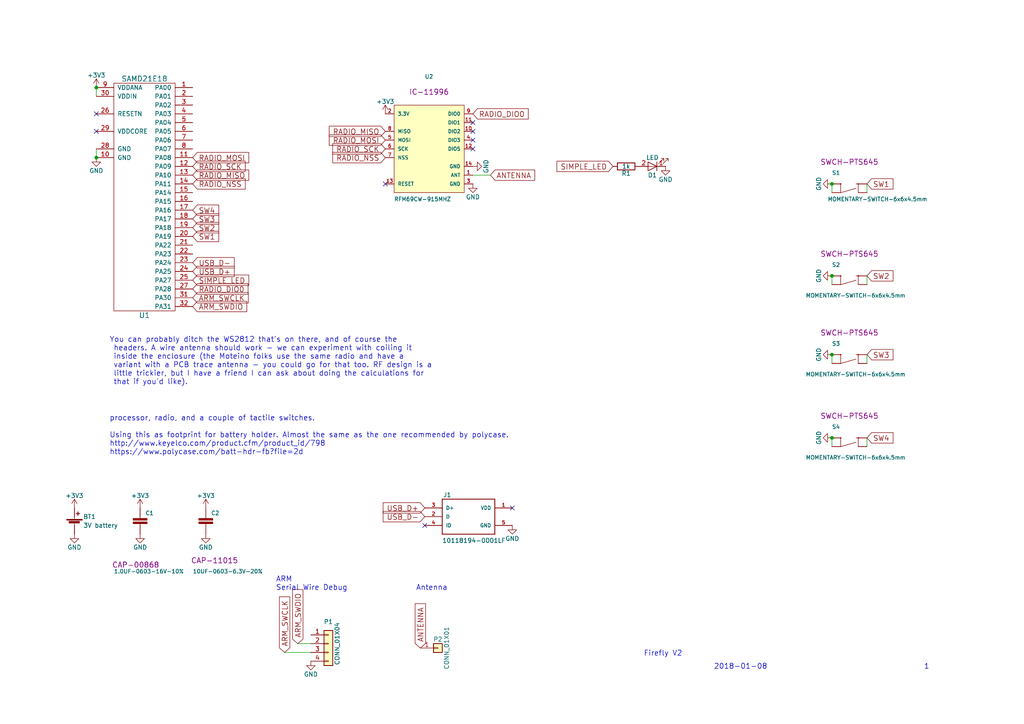
<source format=kicad_sch>
(kicad_sch (version 20230121) (generator eeschema)
  (paper "A4")
  (lib_symbols
    (symbol "1.0UF-0603-16V-10%_1" (pin_numbers hide) (pin_names (offset 1.016) hide)
      (property "Reference" "C" (at 1.524 2.921 0))
      (property "Value" "1.0UF-0603-16V-10%" (at 1.524 -2.159 0))
      (property "Field4" "CAP-00868" (at 0 7.62 0))
      (symbol "1.0UF-0603-16V-10%_1_1_0"
        (polyline (pts (xy 0 0) (xy 0 0.508)))
        (polyline (pts (xy 0 2.54) (xy 0 2.032)))
      )
      (symbol "1.0UF-0603-16V-10%_1_1_1"
        (rectangle (start -2.032 0.508) (end 2.032 1.016) (fill (type outline)))
        (rectangle (start -2.032 1.524) (end 2.032 2.032) (fill (type outline)))
        (pin passive line (at 0 5.08 270) (length 2.54) (name "1") (number "1"))
        (pin passive line (at 0 -2.54 90) (length 2.54) (name "2") (number "2"))
      )
    )
    (symbol "10118194-0001LF_1" (pin_names (offset 1.016))
      (property "Reference" "J" (at -7.366 5.588 0))
      (property "Value" "10118194-0001LF" (at -7.6454 -7.6454 0))
      (symbol "10118194-0001LF_1_0_0"
        (polyline (pts (xy -7.62 -5.08) (xy 7.62 -5.08)) (stroke (width 0.254)))
        (polyline (pts (xy -7.62 5.08) (xy -7.62 -5.08)) (stroke (width 0.254)))
        (polyline (pts (xy 7.62 -5.08) (xy 7.62 5.08)) (stroke (width 0.254)))
        (polyline (pts (xy 7.62 5.08) (xy -7.62 5.08)) (stroke (width 0.254)))
        (pin power_in line (at 12.7 2.54 180) (length 5.08) (name "VDD") (number "1"))
        (pin bidirectional line (at -12.7 0 0) (length 5.08) (name "D") (number "2"))
        (pin bidirectional line (at -12.7 2.54 0) (length 5.08) (name "D+") (number "3"))
        (pin passive line (at -12.7 -2.54 0) (length 5.08) (name "ID") (number "4"))
        (pin power_in line (at 12.7 -2.54 180) (length 5.08) (name "GND") (number "5"))
      )
    )
    (symbol "10UF-0603-6.3V-20%_1" (pin_numbers hide) (pin_names (offset 1.016) hide)
      (property "Reference" "C" (at 1.524 2.921 0))
      (property "Value" "10UF-0603-6.3V-20%" (at 1.524 -2.159 0))
      (property "Field4" "CAP-11015" (at 0 7.62 0))
      (symbol "10UF-0603-6.3V-20%_1_1_0"
        (polyline (pts (xy 0 0) (xy 0 0.508)))
        (polyline (pts (xy 0 2.54) (xy 0 2.032)))
      )
      (symbol "10UF-0603-6.3V-20%_1_1_1"
        (rectangle (start -2.032 0.508) (end 2.032 1.016) (fill (type outline)))
        (rectangle (start -2.032 1.524) (end 2.032 2.032) (fill (type outline)))
        (pin passive line (at 0 5.08 270) (length 2.54) (name "1") (number "1"))
        (pin passive line (at 0 -2.54 90) (length 2.54) (name "2") (number "2"))
      )
    )
    (symbol "MOMENTARY-SWITCH-6x6x4.5mm_1" (pin_numbers hide) (pin_names (offset 1.016) hide)
      (property "Reference" "S" (at -5.08 2.54 0))
      (property "Value" "MOMENTARY-SWITCH-6x6x4.5mm" (at -6.35 -5.08 0))
      (property "Field4" "SWCH-PTS645" (at 0 6.35 0))
      (symbol "MOMENTARY-SWITCH-6x6x4.5mm_1_0_1"
        (polyline (pts (xy -2.54 -2.54) (xy -2.54 0)))
        (polyline (pts (xy 2.54 0) (xy 2.54 -2.54)))
      )
      (symbol "MOMENTARY-SWITCH-6x6x4.5mm_1_1_0"
        (polyline (pts (xy -2.54 -2.54) (xy 1.905 -1.27)))
        (polyline (pts (xy 1.905 0) (xy 2.54 0)))
      )
      (symbol "MOMENTARY-SWITCH-6x6x4.5mm_1_1_1"
        (circle (center -2.54 0) (radius 0.127) (fill (type outline)))
        (circle (center 2.54 0) (radius 0.127) (fill (type outline)))
        (pin passive line (at -5.08 0 0) (length 2.54) (name "1") (number "1"))
        (pin passive line (at -5.08 -2.54 0) (length 2.54) (name "2") (number "2"))
        (pin passive line (at 5.08 0 180) (length 2.54) (name "3") (number "3"))
        (pin passive line (at 5.08 -2.54 180) (length 2.54) (name "4") (number "4"))
      )
    )
    (symbol "MOMENTARY-SWITCH-6x6x4.5mm_2" (pin_numbers hide) (pin_names (offset 1.016) hide)
      (property "Reference" "S" (at -5.08 2.54 0))
      (property "Value" "MOMENTARY-SWITCH-6x6x4.5mm" (at -6.35 -5.08 0))
      (property "Field4" "SWCH-PTS645" (at 0 6.35 0))
      (symbol "MOMENTARY-SWITCH-6x6x4.5mm_2_0_1"
        (polyline (pts (xy -2.54 -2.54) (xy -2.54 0)))
        (polyline (pts (xy 2.54 0) (xy 2.54 -2.54)))
      )
      (symbol "MOMENTARY-SWITCH-6x6x4.5mm_2_1_0"
        (polyline (pts (xy -2.54 -2.54) (xy 1.905 -1.27)))
        (polyline (pts (xy 1.905 0) (xy 2.54 0)))
      )
      (symbol "MOMENTARY-SWITCH-6x6x4.5mm_2_1_1"
        (circle (center -2.54 0) (radius 0.127) (fill (type outline)))
        (circle (center 2.54 0) (radius 0.127) (fill (type outline)))
        (pin passive line (at -5.08 0 0) (length 2.54) (name "1") (number "1"))
        (pin passive line (at -5.08 -2.54 0) (length 2.54) (name "2") (number "2"))
        (pin passive line (at 5.08 0 180) (length 2.54) (name "3") (number "3"))
        (pin passive line (at 5.08 -2.54 180) (length 2.54) (name "4") (number "4"))
      )
    )
    (symbol "MOMENTARY-SWITCH-6x6x4.5mm_3" (pin_numbers hide) (pin_names (offset 1.016) hide)
      (property "Reference" "S" (at -5.08 2.54 0))
      (property "Value" "MOMENTARY-SWITCH-6x6x4.5mm" (at -6.35 -5.08 0))
      (property "Field4" "SWCH-PTS645" (at 0 6.35 0))
      (symbol "MOMENTARY-SWITCH-6x6x4.5mm_3_0_1"
        (polyline (pts (xy -2.54 -2.54) (xy -2.54 0)))
        (polyline (pts (xy 2.54 0) (xy 2.54 -2.54)))
      )
      (symbol "MOMENTARY-SWITCH-6x6x4.5mm_3_1_0"
        (polyline (pts (xy -2.54 -2.54) (xy 1.905 -1.27)))
        (polyline (pts (xy 1.905 0) (xy 2.54 0)))
      )
      (symbol "MOMENTARY-SWITCH-6x6x4.5mm_3_1_1"
        (circle (center -2.54 0) (radius 0.127) (fill (type outline)))
        (circle (center 2.54 0) (radius 0.127) (fill (type outline)))
        (pin passive line (at -5.08 0 0) (length 2.54) (name "1") (number "1"))
        (pin passive line (at -5.08 -2.54 0) (length 2.54) (name "2") (number "2"))
        (pin passive line (at 5.08 0 180) (length 2.54) (name "3") (number "3"))
        (pin passive line (at 5.08 -2.54 180) (length 2.54) (name "4") (number "4"))
      )
    )
    (symbol "MOMENTARY-SWITCH-6x6x4.5mm_4" (pin_numbers hide) (pin_names (offset 1.016) hide)
      (property "Reference" "S" (at -5.08 2.54 0))
      (property "Value" "MOMENTARY-SWITCH-6x6x4.5mm" (at -6.35 -5.08 0))
      (property "Field4" "SWCH-PTS645" (at 0 6.35 0))
      (symbol "MOMENTARY-SWITCH-6x6x4.5mm_4_0_1"
        (polyline (pts (xy -2.54 -2.54) (xy -2.54 0)))
        (polyline (pts (xy 2.54 0) (xy 2.54 -2.54)))
      )
      (symbol "MOMENTARY-SWITCH-6x6x4.5mm_4_1_0"
        (polyline (pts (xy -2.54 -2.54) (xy 1.905 -1.27)))
        (polyline (pts (xy 1.905 0) (xy 2.54 0)))
      )
      (symbol "MOMENTARY-SWITCH-6x6x4.5mm_4_1_1"
        (circle (center -2.54 0) (radius 0.127) (fill (type outline)))
        (circle (center 2.54 0) (radius 0.127) (fill (type outline)))
        (pin passive line (at -5.08 0 0) (length 2.54) (name "1") (number "1"))
        (pin passive line (at -5.08 -2.54 0) (length 2.54) (name "2") (number "2"))
        (pin passive line (at 5.08 0 180) (length 2.54) (name "3") (number "3"))
        (pin passive line (at 5.08 -2.54 180) (length 2.54) (name "4") (number "4"))
      )
    )
    (symbol "RFM69CW-915MHZ_1" (pin_names (offset 1.016))
      (property "Reference" "U" (at -10.16 13.97 0))
      (property "Value" "RFM69CW-915MHZ" (at -10.16 -15.24 0))
      (property "Field4" "IC-11996" (at 0 16.51 0))
      (symbol "RFM69CW-915MHZ_1_1_1"
        (polyline (pts (xy -10.16 12.7) (xy -10.16 -12.7) (xy 10.16 -12.7) (xy 10.16 12.7) (xy -10.16 12.7)) (fill (type background)))
        (pin passive line (at 12.7 -7.62 180) (length 2.54) (name "ANT") (number "1"))
        (pin bidirectional line (at 12.7 5.08 180) (length 2.54) (name "DIO2") (number "10"))
        (pin bidirectional line (at 12.7 7.62 180) (length 2.54) (name "DIO1") (number "11"))
        (pin bidirectional line (at 12.7 0 180) (length 2.54) (name "DIO5") (number "12"))
        (pin input line (at -12.7 -10.16 0) (length 2.54) (name "RESET") (number "13"))
        (pin power_in line (at 12.7 -5.08 180) (length 2.54) (name "GND") (number "14"))
        (pin power_in line (at -12.7 10.16 0) (length 2.54) (name "3.3V") (number "2"))
        (pin power_in line (at 12.7 -10.16 180) (length 2.54) (name "GND") (number "3"))
        (pin bidirectional line (at 12.7 2.54 180) (length 2.54) (name "DIO3") (number "4"))
        (pin input line (at -12.7 2.54 0) (length 2.54) (name "MOSI") (number "5"))
        (pin input line (at -12.7 0 0) (length 2.54) (name "SCK") (number "6"))
        (pin input line (at -12.7 -2.54 0) (length 2.54) (name "NSS") (number "7"))
        (pin bidirectional line (at -12.7 5.08 0) (length 2.54) (name "MISO") (number "8"))
        (pin bidirectional line (at 12.7 10.16 180) (length 2.54) (name "DIO0") (number "9"))
      )
    )
    (symbol "homebrew_button:MOMENTARY-SWITCH-6x6x4.5mm" (pin_numbers hide) (pin_names (offset 1.016) hide)
      (property "Reference" "S" (at -5.08 2.54 0))
      (property "Value" "MOMENTARY-SWITCH-6x6x4.5mm" (at -6.35 -5.08 0))
      (property "Field4" "SWCH-PTS645" (at 0 6.35 0))
      (symbol "MOMENTARY-SWITCH-6x6x4.5mm_0_1"
        (polyline (pts (xy -2.54 -2.54) (xy -2.54 0)))
        (polyline (pts (xy 2.54 0) (xy 2.54 -2.54)))
      )
      (symbol "MOMENTARY-SWITCH-6x6x4.5mm_1_0"
        (polyline (pts (xy -2.54 -2.54) (xy 1.905 -1.27)))
        (polyline (pts (xy 1.905 0) (xy 2.54 0)))
      )
      (symbol "MOMENTARY-SWITCH-6x6x4.5mm_1_1"
        (circle (center -2.54 0) (radius 0.127) (fill (type outline)))
        (circle (center 2.54 0) (radius 0.127) (fill (type outline)))
        (pin passive line (at -5.08 0 0) (length 2.54) (name "1") (number "1"))
        (pin passive line (at -5.08 -2.54 0) (length 2.54) (name "2") (number "2"))
        (pin passive line (at 5.08 0 180) (length 2.54) (name "3") (number "3"))
        (pin passive line (at 5.08 -2.54 180) (length 2.54) (name "4") (number "4"))
      )
    )
    (symbol "homebrew_button:SAMD21E18" (pin_names (offset 1.016))
      (property "Reference" "U" (at -2.54 -36.83 0))
      (property "Value" "SAMD21E18" (at -2.54 31.75 0))
      (symbol "SAMD21E18_0_1"
        (rectangle (start -11.43 30.48) (end 6.35 -35.56))
      )
      (symbol "SAMD21E18_1_1"
        (pin bidirectional line (at 11.43 29.21 180) (length 5.08) (name "PA00") (number "1"))
        (pin power_in line (at -16.51 8.89 0) (length 5.08) (name "GND") (number "10"))
        (pin bidirectional line (at 11.43 8.89 180) (length 5.08) (name "PA08") (number "11"))
        (pin bidirectional line (at 11.43 6.35 180) (length 5.08) (name "PA09") (number "12"))
        (pin bidirectional line (at 11.43 3.81 180) (length 5.08) (name "PA10") (number "13"))
        (pin bidirectional line (at 11.43 1.27 180) (length 5.08) (name "PA11") (number "14"))
        (pin bidirectional line (at 11.43 -1.27 180) (length 5.08) (name "PA14") (number "15"))
        (pin bidirectional line (at 11.43 -3.81 180) (length 5.08) (name "PA15") (number "16"))
        (pin bidirectional line (at 11.43 -6.35 180) (length 5.08) (name "PA16") (number "17"))
        (pin bidirectional line (at 11.43 -8.89 180) (length 5.08) (name "PA17") (number "18"))
        (pin bidirectional line (at 11.43 -11.43 180) (length 5.08) (name "PA18") (number "19"))
        (pin bidirectional line (at 11.43 26.67 180) (length 5.08) (name "PA01") (number "2"))
        (pin bidirectional line (at 11.43 -13.97 180) (length 5.08) (name "PA19") (number "20"))
        (pin bidirectional line (at 11.43 -16.51 180) (length 5.08) (name "PA22") (number "21"))
        (pin bidirectional line (at 11.43 -19.05 180) (length 5.08) (name "PA23") (number "22"))
        (pin bidirectional line (at 11.43 -21.59 180) (length 5.08) (name "PA24") (number "23"))
        (pin bidirectional line (at 11.43 -24.13 180) (length 5.08) (name "PA25") (number "24"))
        (pin bidirectional line (at 11.43 -26.67 180) (length 5.08) (name "PA27") (number "25"))
        (pin input line (at -16.51 21.59 0) (length 5.08) (name "RESETN") (number "26"))
        (pin bidirectional line (at 11.43 -29.21 180) (length 5.08) (name "PA28") (number "27"))
        (pin power_in line (at -16.51 11.43 0) (length 5.08) (name "GND") (number "28"))
        (pin output line (at -16.51 16.51 0) (length 5.08) (name "VDDCORE") (number "29"))
        (pin bidirectional line (at 11.43 24.13 180) (length 5.08) (name "PA02") (number "3"))
        (pin power_in line (at -16.51 26.67 0) (length 5.08) (name "VDDIN") (number "30"))
        (pin bidirectional line (at 11.43 -31.75 180) (length 5.08) (name "PA30") (number "31"))
        (pin bidirectional line (at 11.43 -34.29 180) (length 5.08) (name "PA31") (number "32"))
        (pin bidirectional line (at 11.43 21.59 180) (length 5.08) (name "PA03") (number "4"))
        (pin bidirectional line (at 11.43 19.05 180) (length 5.08) (name "PA04") (number "5"))
        (pin bidirectional line (at 11.43 16.51 180) (length 5.08) (name "PA05") (number "6"))
        (pin bidirectional line (at 11.43 13.97 180) (length 5.08) (name "PA06") (number "7"))
        (pin bidirectional line (at 11.43 11.43 180) (length 5.08) (name "PA07") (number "8"))
        (pin power_in line (at -16.51 29.21 0) (length 5.08) (name "VDDANA") (number "9"))
      )
    )
    (symbol "power:+3V3" (power) (pin_names (offset 0))
      (property "Value" "+3V3" (at 0 3.556 0))
      (symbol "+3V3_0_1"
        (polyline (pts (xy -0.762 1.27) (xy 0 2.54)))
        (polyline (pts (xy 0 0) (xy 0 2.54)))
        (polyline (pts (xy 0 2.54) (xy 0.762 1.27)))
      )
      (symbol "+3V3_1_1"
        (pin power_in line (at 0 0 90) (length 0) hide (name "+3V3") (number "1"))
      )
    )
    (symbol "power:GND" (power) (pin_names (offset 0))
      (property "Value" "GND" (at 0 -3.81 0))
      (symbol "GND_0_1"
        (polyline (pts (xy 0 0) (xy 0 -1.27) (xy 1.27 -1.27) (xy 0 -2.54) (xy -1.27 -1.27) (xy 0 -1.27)))
      )
      (symbol "GND_1_1"
        (pin power_in line (at 0 0 270) (length 0) hide (name "GND") (number "1"))
      )
    )
    (symbol "rf_remote-rescue:1.0UF-0603-16V-10%" (pin_numbers hide) (pin_names (offset 1.016) hide)
      (property "Reference" "C" (at 1.524 2.921 0))
      (property "Value" "1.0UF-0603-16V-10%" (at 1.524 -2.159 0))
      (property "Field4" "CAP-00868" (at 0 7.62 0))
      (symbol "1.0UF-0603-16V-10%_1_0"
        (polyline (pts (xy 0 0) (xy 0 0.508)))
        (polyline (pts (xy 0 2.54) (xy 0 2.032)))
      )
      (symbol "1.0UF-0603-16V-10%_1_1"
        (rectangle (start -2.032 0.508) (end 2.032 1.016) (fill (type outline)))
        (rectangle (start -2.032 1.524) (end 2.032 2.032) (fill (type outline)))
        (pin passive line (at 0 5.08 270) (length 2.54) (name "1") (number "1"))
        (pin passive line (at 0 -2.54 90) (length 2.54) (name "2") (number "2"))
      )
    )
    (symbol "rf_remote-rescue:10118194-0001LF" (pin_names (offset 1.016))
      (property "Reference" "J" (at -7.366 5.588 0))
      (property "Value" "10118194-0001LF" (at -7.6454 -7.6454 0))
      (symbol "10118194-0001LF_0_0"
        (polyline (pts (xy -7.62 -5.08) (xy 7.62 -5.08)) (stroke (width 0.254)))
        (polyline (pts (xy -7.62 5.08) (xy -7.62 -5.08)) (stroke (width 0.254)))
        (polyline (pts (xy 7.62 -5.08) (xy 7.62 5.08)) (stroke (width 0.254)))
        (polyline (pts (xy 7.62 5.08) (xy -7.62 5.08)) (stroke (width 0.254)))
        (pin power_in line (at 12.7 2.54 180) (length 5.08) (name "VDD") (number "1"))
        (pin bidirectional line (at -12.7 0 0) (length 5.08) (name "D") (number "2"))
        (pin bidirectional line (at -12.7 2.54 0) (length 5.08) (name "D+") (number "3"))
        (pin passive line (at -12.7 -2.54 0) (length 5.08) (name "ID") (number "4"))
        (pin power_in line (at 12.7 -2.54 180) (length 5.08) (name "GND") (number "5"))
      )
    )
    (symbol "rf_remote-rescue:10UF-0603-6.3V-20%" (pin_numbers hide) (pin_names (offset 1.016) hide)
      (property "Reference" "C" (at 1.524 2.921 0))
      (property "Value" "10UF-0603-6.3V-20%" (at 1.524 -2.159 0))
      (property "Field4" "CAP-11015" (at 0 7.62 0))
      (symbol "10UF-0603-6.3V-20%_1_0"
        (polyline (pts (xy 0 0) (xy 0 0.508)))
        (polyline (pts (xy 0 2.54) (xy 0 2.032)))
      )
      (symbol "10UF-0603-6.3V-20%_1_1"
        (rectangle (start -2.032 0.508) (end 2.032 1.016) (fill (type outline)))
        (rectangle (start -2.032 1.524) (end 2.032 2.032) (fill (type outline)))
        (pin passive line (at 0 5.08 270) (length 2.54) (name "1") (number "1"))
        (pin passive line (at 0 -2.54 90) (length 2.54) (name "2") (number "2"))
      )
    )
    (symbol "rf_remote-rescue:Battery_Cell" (pin_numbers hide) (pin_names (offset 0) hide)
      (property "Reference" "BT" (at 2.54 2.54 0))
      (property "Value" "Battery_Cell" (at 2.54 0 0))
      (symbol "Battery_Cell_0_1"
        (rectangle (start -2.286 1.778) (end 2.286 1.524) (fill (type outline)))
        (rectangle (start -1.5748 1.1938) (end 1.4732 0.6858) (fill (type outline)))
        (polyline (pts (xy 0 0.762) (xy 0 0)))
        (polyline (pts (xy 0 1.778) (xy 0 2.54)))
        (polyline (pts (xy 0.508 3.429) (xy 1.524 3.429)) (stroke (width 0.254)))
        (polyline (pts (xy 1.016 3.937) (xy 1.016 2.921)) (stroke (width 0.254)))
      )
      (symbol "Battery_Cell_1_1"
        (pin passive line (at 0 5.08 270) (length 2.54) (name "+") (number "1"))
        (pin passive line (at 0 -2.54 90) (length 2.54) (name "-") (number "2"))
      )
    )
    (symbol "rf_remote-rescue:Conn_01x01" (pin_names (offset 1.016) hide)
      (property "Reference" "J" (at 0 2.54 0))
      (property "Value" "Conn_01x01" (at 0 -2.54 0))
      (symbol "Conn_01x01_1_1"
        (rectangle (start -1.27 0.127) (end 0 -0.127) (stroke (width 0.1524)))
        (rectangle (start -1.27 1.27) (end 1.27 -1.27) (stroke (width 0.254)) (fill (type background)))
        (pin passive line (at -5.08 0 0) (length 3.81) (name "Pin_1") (number "1"))
      )
    )
    (symbol "rf_remote-rescue:Conn_01x04" (pin_names (offset 1.016) hide)
      (property "Reference" "J" (at 0 5.08 0))
      (property "Value" "Conn_01x04" (at 0 -7.62 0))
      (symbol "Conn_01x04_1_1"
        (rectangle (start -1.27 -4.953) (end 0 -5.207) (stroke (width 0.1524)))
        (rectangle (start -1.27 -2.413) (end 0 -2.667) (stroke (width 0.1524)))
        (rectangle (start -1.27 0.127) (end 0 -0.127) (stroke (width 0.1524)))
        (rectangle (start -1.27 2.667) (end 0 2.413) (stroke (width 0.1524)))
        (rectangle (start -1.27 3.81) (end 1.27 -6.35) (stroke (width 0.254)) (fill (type background)))
        (pin passive line (at -5.08 2.54 0) (length 3.81) (name "Pin_1") (number "1"))
        (pin passive line (at -5.08 0 0) (length 3.81) (name "Pin_2") (number "2"))
        (pin passive line (at -5.08 -2.54 0) (length 3.81) (name "Pin_3") (number "3"))
        (pin passive line (at -5.08 -5.08 0) (length 3.81) (name "Pin_4") (number "4"))
      )
    )
    (symbol "rf_remote-rescue:LED" (pin_names (offset 1.016) hide)
      (property "Reference" "D" (at 0 2.54 0))
      (property "Value" "LED" (at 0 -2.54 0))
      (symbol "LED_0_1"
        (polyline (pts (xy -1.27 -1.27) (xy -1.27 1.27)) (stroke (width 0.2032)))
        (polyline (pts (xy -1.27 0) (xy 1.27 0)))
        (polyline (pts (xy 1.27 -1.27) (xy 1.27 1.27) (xy -1.27 0) (xy 1.27 -1.27)) (stroke (width 0.2032)))
        (polyline (pts (xy -3.048 -0.762) (xy -4.572 -2.286) (xy -3.81 -2.286) (xy -4.572 -2.286) (xy -4.572 -1.524)))
        (polyline (pts (xy -1.778 -0.762) (xy -3.302 -2.286) (xy -2.54 -2.286) (xy -3.302 -2.286) (xy -3.302 -1.524)))
      )
      (symbol "LED_1_1"
        (pin passive line (at -3.81 0 0) (length 2.54) (name "K") (number "1"))
        (pin passive line (at 3.81 0 180) (length 2.54) (name "A") (number "2"))
      )
    )
    (symbol "rf_remote-rescue:R" (pin_numbers hide) (pin_names (offset 0))
      (property "Reference" "R" (at 2.032 0 90))
      (property "Value" "R" (at 0 0 90))
      (symbol "R_0_1"
        (rectangle (start -1.016 -2.54) (end 1.016 2.54) (stroke (width 0.254)))
      )
      (symbol "R_1_1"
        (pin passive line (at 0 3.81 270) (length 1.27) (name "~") (number "1"))
        (pin passive line (at 0 -3.81 90) (length 1.27) (name "~") (number "2"))
      )
    )
    (symbol "rf_remote-rescue:RFM69CW-915MHZ" (pin_names (offset 1.016))
      (property "Reference" "U" (at -10.16 13.97 0))
      (property "Value" "RFM69CW-915MHZ" (at -10.16 -15.24 0))
      (property "Field4" "IC-11996" (at 0 16.51 0))
      (symbol "RFM69CW-915MHZ_1_1"
        (polyline (pts (xy -10.16 12.7) (xy -10.16 -12.7) (xy 10.16 -12.7) (xy 10.16 12.7) (xy -10.16 12.7)) (fill (type background)))
        (pin passive line (at 12.7 -7.62 180) (length 2.54) (name "ANT") (number "1"))
        (pin bidirectional line (at 12.7 5.08 180) (length 2.54) (name "DIO2") (number "10"))
        (pin bidirectional line (at 12.7 7.62 180) (length 2.54) (name "DIO1") (number "11"))
        (pin bidirectional line (at 12.7 0 180) (length 2.54) (name "DIO5") (number "12"))
        (pin input line (at -12.7 -10.16 0) (length 2.54) (name "RESET") (number "13"))
        (pin power_in line (at 12.7 -5.08 180) (length 2.54) (name "GND") (number "14"))
        (pin power_in line (at -12.7 10.16 0) (length 2.54) (name "3.3V") (number "2"))
        (pin power_in line (at 12.7 -10.16 180) (length 2.54) (name "GND") (number "3"))
        (pin bidirectional line (at 12.7 2.54 180) (length 2.54) (name "DIO3") (number "4"))
        (pin input line (at -12.7 2.54 0) (length 2.54) (name "MOSI") (number "5"))
        (pin input line (at -12.7 0 0) (length 2.54) (name "SCK") (number "6"))
        (pin input line (at -12.7 -2.54 0) (length 2.54) (name "NSS") (number "7"))
        (pin bidirectional line (at -12.7 5.08 0) (length 2.54) (name "MISO") (number "8"))
        (pin bidirectional line (at 12.7 10.16 180) (length 2.54) (name "DIO0") (number "9"))
      )
    )
  )
  (junction (at 241.3 102.87))
  (junction (at 27.94 25.4))
  (junction (at 241.3 127))
  (junction (at 241.3 80.01))
  (junction (at 241.3 53.34))
  (junction (at 27.94 45.72))
  (no_connect (at 137.16 40.64))
  (no_connect (at 123.19 152.4))
  (no_connect (at 137.16 35.56))
  (no_connect (at 137.16 38.1))
  (no_connect (at 148.59 147.32))
  (no_connect (at 27.94 33.02))
  (no_connect (at 111.76 53.34))
  (no_connect (at 137.16 43.18))
  (no_connect (at 27.94 38.1))
  (wire (pts (xy 27.94 27.94) (xy 27.94 25.4)))
  (wire (pts (xy 251.46 55.88) (xy 251.46 53.34)))
  (wire (pts (xy 241.3 105.41) (xy 241.3 102.87)))
  (wire (pts (xy 251.46 105.41) (xy 251.46 102.87)))
  (wire (pts (xy 251.46 129.54) (xy 251.46 127)))
  (wire (pts (xy 251.46 82.55) (xy 251.46 80.01)))
  (wire (pts (xy 86.36 186.69) (xy 90.17 186.69)))
  (wire (pts (xy 241.3 55.88) (xy 241.3 53.34)))
  (wire (pts (xy 27.94 45.72) (xy 27.94 43.18)))
  (wire (pts (xy 241.3 82.55) (xy 241.3 80.01)))
  (wire (pts (xy 90.17 189.23) (xy 82.55 189.23)))
  (wire (pts (xy 241.3 129.54) (xy 241.3 127)))
  (wire (pts (xy 142.24 50.8) (xy 137.16 50.8)))
  (text "ARM\nSerial Wire Debug" (at 80.01 171.45 0) (effects (font (size 1.524 1.524)) (justify left bottom)))
  (text "You can probably ditch the WS2812 that's on there, and of course the\n headers. A wire antenna should work - we can experiment with coiling it\n inside the enclosure (the Moteino folks use the same radio and have a\n variant with a PCB trace antenna - you could go for that too. RF design is a\n little trickier, but I have a friend I can ask about doing the calculations for\n that if you'd like).\n" (at 31.75 111.76 0) (effects (font (size 1.524 1.524)) (justify left bottom)))
  (text "Firefly V2" (at 186.69 190.5 0) (effects (font (size 1.524 1.524)) (justify left bottom)))
  (text "Antenna" (at 120.65 171.45 0) (effects (font (size 1.524 1.524)) (justify left bottom)))
  (text "2018-01-08" (at 207.01 194.31 0) (effects (font (size 1.524 1.524)) (justify left bottom)))
  (text "1	" (at 267.97 194.31 0) (effects (font (size 1.524 1.524)) (justify left bottom)))
  (text "processor, radio, and a couple of tactile switches.\n\nUsing this as footprint for battery holder. Almost the same as the one recommended by polycase.\nhttp://www.keyelco.com/product.cfm/product_id/798\nhttps://www.polycase.com/batt-hdr-fb?file=2d" (at 31.75 132.08 0) (effects (font (size 1.524 1.524)) (justify left bottom)))
  (global_label "RADIO_MISO" (shape input) (at 111.76 38.1 180) (effects (font (size 1.524 1.524))) (property "Intersheetrefs" "${INTERSHEET_REFS}" (effects hide)))
  (global_label "USB_D-" (shape input) (at 123.19 149.86 180) (effects (font (size 1.524 1.524))) (property "Intersheetrefs" "${INTERSHEET_REFS}" (effects hide)))
  (global_label "RADIO_MOSI" (shape input) (at 111.76 40.64 180) (effects (font (size 1.524 1.524))) (property "Intersheetrefs" "${INTERSHEET_REFS}" (effects hide)))
  (global_label "SW1" (shape input) (at 251.46 53.34 0) (effects (font (size 1.524 1.524))) (property "Intersheetrefs" "${INTERSHEET_REFS}" (effects hide)))
  (global_label "SIMPLE_LED" (shape input) (at 55.88 81.28 0) (effects (font (size 1.524 1.524))) (property "Intersheetrefs" "${INTERSHEET_REFS}" (effects hide)))
  (global_label "ARM_SWDIO" (shape input) (at 86.36 186.69 90) (effects (font (size 1.524 1.524))) (property "Intersheetrefs" "${INTERSHEET_REFS}" (effects hide)))
  (global_label "SW2" (shape input) (at 251.46 80.01 0) (effects (font (size 1.524 1.524))) (property "Intersheetrefs" "${INTERSHEET_REFS}" (effects hide)))
  (global_label "RADIO_SCK" (shape input) (at 111.76 43.18 180) (effects (font (size 1.524 1.524))) (property "Intersheetrefs" "${INTERSHEET_REFS}" (effects hide)))
  (global_label "SW4" (shape input) (at 251.46 127 0) (effects (font (size 1.524 1.524))) (property "Intersheetrefs" "${INTERSHEET_REFS}" (effects hide)))
  (global_label "USB_D+" (shape input) (at 55.88 78.74 0) (effects (font (size 1.524 1.524))) (property "Intersheetrefs" "${INTERSHEET_REFS}" (effects hide)))
  (global_label "SW1" (shape input) (at 55.88 68.58 0) (effects (font (size 1.524 1.524))) (property "Intersheetrefs" "${INTERSHEET_REFS}" (effects hide)))
  (global_label "SW3" (shape input) (at 251.46 102.87 0) (effects (font (size 1.524 1.524))) (property "Intersheetrefs" "${INTERSHEET_REFS}" (effects hide)))
  (global_label "SW2" (shape input) (at 55.88 66.04 0) (effects (font (size 1.524 1.524))) (property "Intersheetrefs" "${INTERSHEET_REFS}" (effects hide)))
  (global_label "ARM_SWDIO" (shape input) (at 55.88 88.9 0) (effects (font (size 1.524 1.524))) (property "Intersheetrefs" "${INTERSHEET_REFS}" (effects hide)))
  (global_label "ARM_SWCLK" (shape input) (at 55.88 86.36 0) (effects (font (size 1.524 1.524))) (property "Intersheetrefs" "${INTERSHEET_REFS}" (effects hide)))
  (global_label "RADIO_MISO" (shape input) (at 55.88 50.8 0) (effects (font (size 1.524 1.524))) (property "Intersheetrefs" "${INTERSHEET_REFS}" (effects hide)))
  (global_label "SIMPLE_LED" (shape input) (at 177.8 48.26 180) (effects (font (size 1.524 1.524))) (property "Intersheetrefs" "${INTERSHEET_REFS}" (effects hide)))
  (global_label "USB_D+" (shape input) (at 123.19 147.32 180) (effects (font (size 1.524 1.524))) (property "Intersheetrefs" "${INTERSHEET_REFS}" (effects hide)))
  (global_label "ANTENNA" (shape input) (at 142.24 50.8 0) (effects (font (size 1.524 1.524))) (property "Intersheetrefs" "${INTERSHEET_REFS}" (effects hide)))
  (global_label "ARM_SWCLK" (shape input) (at 82.55 189.23 90) (effects (font (size 1.524 1.524))) (property "Intersheetrefs" "${INTERSHEET_REFS}" (effects hide)))
  (global_label "RADIO_NSS" (shape input) (at 55.88 53.34 0) (effects (font (size 1.524 1.524))) (property "Intersheetrefs" "${INTERSHEET_REFS}" (effects hide)))
  (global_label "RADIO_MOSI" (shape input) (at 55.88 45.72 0) (effects (font (size 1.524 1.524))) (property "Intersheetrefs" "${INTERSHEET_REFS}" (effects hide)))
  (global_label "RADIO_SCK" (shape input) (at 55.88 48.26 0) (effects (font (size 1.524 1.524))) (property "Intersheetrefs" "${INTERSHEET_REFS}" (effects hide)))
  (global_label "RADIO_NSS" (shape input) (at 111.76 45.72 180) (effects (font (size 1.524 1.524))) (property "Intersheetrefs" "${INTERSHEET_REFS}" (effects hide)))
  (global_label "SW3" (shape input) (at 55.88 63.5 0) (effects (font (size 1.524 1.524))) (property "Intersheetrefs" "${INTERSHEET_REFS}" (effects hide)))
  (global_label "RADIO_DIO0" (shape input) (at 137.16 33.02 0) (effects (font (size 1.524 1.524))) (property "Intersheetrefs" "${INTERSHEET_REFS}" (effects hide)))
  (global_label "RADIO_DIO0" (shape input) (at 55.88 83.82 0) (effects (font (size 1.524 1.524))) (property "Intersheetrefs" "${INTERSHEET_REFS}" (effects hide)))
  (global_label "USB_D-" (shape input) (at 55.88 76.2 0) (effects (font (size 1.524 1.524))) (property "Intersheetrefs" "${INTERSHEET_REFS}" (effects hide)))
  (global_label "ANTENNA" (shape input) (at 121.92 187.96 90) (effects (font (size 1.524 1.524))) (property "Intersheetrefs" "${INTERSHEET_REFS}" (effects hide)))
  (global_label "SW4" (shape input) (at 55.88 60.96 0) (effects (font (size 1.524 1.524))) (property "Intersheetrefs" "${INTERSHEET_REFS}" (effects hide)))
  (symbol (lib_id "rf_remote-rescue:Conn_01x04") (at 95.25 186.69 0) (unit 1)
    (property "Reference" "P1" (at 95.25 180.34 0))
    (property "Value" "CONN_01X04" (at 97.79 186.69 90))
    (property "Footprint" "SF_Connectors:1X04" (effects hide))
  )
  (symbol (lib_id "power:GND") (at 90.17 191.77 0) (unit 1)
    (property "Reference" "#PWR01" (effects hide))
    (property "Value" "GND" (at 90.17 195.58 0))
  )
  (symbol (lib_id "power:GND") (at 137.16 48.26 90) (unit 1)
    (property "Reference" "#PWR02" (effects hide))
    (property "Value" "GND" (at 140.97 48.26 0))
  )
  (symbol (lib_id "power:GND") (at 137.16 53.34 0) (unit 1)
    (property "Reference" "#PWR03" (effects hide))
    (property "Value" "GND" (at 137.16 57.15 0))
  )
  (symbol (lib_id "rf_remote-rescue:Conn_01x01") (at 127 187.96 0) (unit 1)
    (property "Reference" "P2" (at 127 185.42 0))
    (property "Value" "CONN_01X01" (at 129.54 187.96 90))
    (property "Footprint" "SF_Connectors:1X01" (effects hide))
  )
  (symbol (lib_id "power:+3V3") (at 111.76 33.02 0) (unit 1)
    (property "Reference" "#PWR04" (effects hide))
    (property "Value" "+3V3" (at 111.76 29.464 0))
  )
  (symbol (lib_name "RFM69CW-915MHZ_1") (lib_id "rf_remote-rescue:RFM69CW-915MHZ") (at 124.46 43.18 0) (unit 1)
    (property "Reference" "U2" (at 123.19 22.86 0) (effects (font (size 1.143 1.143)) (justify left bottom)))
    (property "Value" "RFM69CW-915MHZ" (at 114.3 58.42 0) (effects (font (size 1.143 1.143)) (justify left bottom)))
    (property "Footprint" "homebrew:RFM69CW-XXXS2_" (effects hide))
    (property "Field4" "IC-11996" (at 124.46 26.67 0) (effects (font (size 1.524 1.524))))
  )
  (symbol (lib_id "homebrew_button:SAMD21E18") (at 44.45 54.61 0) (unit 1)
    (property "Reference" "U1" (at 41.91 91.44 0) (effects (font (size 1.524 1.524))))
    (property "Value" "SAMD21E18" (at 41.91 22.86 0) (effects (font (size 1.524 1.524))))
    (property "Footprint" "SF_Silicon-Standard:TQFP32-08" (effects hide))
  )
  (symbol (lib_id "power:+3V3") (at 27.94 25.4 0) (unit 1)
    (property "Reference" "#PWR05" (effects hide))
    (property "Value" "+3V3" (at 27.94 21.844 0))
  )
  (symbol (lib_id "power:GND") (at 27.94 45.72 0) (unit 1)
    (property "Reference" "#PWR06" (effects hide))
    (property "Value" "GND" (at 27.94 49.53 0))
  )
  (symbol (lib_id "rf_remote-rescue:LED") (at 189.23 48.26 180) (unit 1)
    (property "Reference" "D1" (at 189.23 50.8 0))
    (property "Value" "LED" (at 189.23 45.72 0))
    (property "Footprint" "LEDs:LED_0603" (effects hide))
  )
  (symbol (lib_id "power:GND") (at 193.04 48.26 0) (unit 1)
    (property "Reference" "#PWR07" (effects hide))
    (property "Value" "GND" (at 193.04 52.07 0))
  )
  (symbol (lib_id "rf_remote-rescue:R") (at 181.61 48.26 270) (unit 1)
    (property "Reference" "R1" (at 181.61 50.292 90))
    (property "Value" "1k" (at 181.61 48.26 90))
    (property "Footprint" "Resistors_SMD:R_0603_HandSoldering" (effects hide))
  )
  (symbol (lib_id "power:GND") (at 241.3 53.34 270) (unit 1)
    (property "Reference" "#PWR08" (effects hide))
    (property "Value" "GND" (at 237.49 53.34 0))
  )
  (symbol (lib_id "power:GND") (at 241.3 80.01 270) (unit 1)
    (property "Reference" "#PWR09" (effects hide))
    (property "Value" "GND" (at 237.49 80.01 0))
  )
  (symbol (lib_id "power:GND") (at 241.3 102.87 270) (unit 1)
    (property "Reference" "#PWR010" (effects hide))
    (property "Value" "GND" (at 237.49 102.87 0))
  )
  (symbol (lib_id "power:GND") (at 241.3 127 270) (unit 1)
    (property "Reference" "#PWR011" (effects hide))
    (property "Value" "GND" (at 237.49 127 0))
  )
  (symbol (lib_id "rf_remote-rescue:Battery_Cell") (at 21.59 152.4 0) (unit 1)
    (property "Reference" "BT1" (at 24.13 149.86 0) (effects (justify left)))
    (property "Value" "3V battery" (at 24.13 152.4 0) (effects (justify left)))
    (property "Footprint" "Battery_Holders:Keystone_3034_1x20mm-CoinCell" (effects hide))
  )
  (symbol (lib_id "power:GND") (at 21.59 154.94 0) (unit 1)
    (property "Reference" "#PWR012" (effects hide))
    (property "Value" "GND" (at 21.59 158.75 0))
  )
  (symbol (lib_id "power:+3V3") (at 21.59 147.32 0) (unit 1)
    (property "Reference" "#PWR013" (effects hide))
    (property "Value" "+3V3" (at 21.59 143.764 0))
  )
  (symbol (lib_name "1.0UF-0603-16V-10%_1") (lib_id "rf_remote-rescue:1.0UF-0603-16V-10%") (at 40.64 152.4 0) (unit 1)
    (property "Reference" "C1" (at 42.164 149.479 0) (effects (font (size 1.143 1.143)) (justify left bottom)))
    (property "Value" "1.0UF-0603-16V-10%" (at 33.02 166.37 0) (effects (font (size 1.143 1.143)) (justify left bottom)))
    (property "Footprint" "Capacitors_SMD:C_0603" (effects hide))
    (property "Field4" "CAP-00868" (at 39.37 163.83 0) (effects (font (size 1.524 1.524))))
  )
  (symbol (lib_name "10UF-0603-6.3V-20%_1") (lib_id "rf_remote-rescue:10UF-0603-6.3V-20%") (at 59.69 152.4 0) (unit 1)
    (property "Reference" "C2" (at 61.214 149.479 0) (effects (font (size 1.143 1.143)) (justify left bottom)))
    (property "Value" "10UF-0603-6.3V-20%" (at 55.88 166.37 0) (effects (font (size 1.143 1.143)) (justify left bottom)))
    (property "Footprint" "Capacitors_SMD:C_0603" (effects hide))
    (property "Field4" "CAP-11015" (at 62.23 162.56 0) (effects (font (size 1.524 1.524))))
  )
  (symbol (lib_id "power:+3V3") (at 40.64 147.32 0) (unit 1)
    (property "Reference" "#PWR014" (effects hide))
    (property "Value" "+3V3" (at 40.64 143.764 0))
  )
  (symbol (lib_id "power:+3V3") (at 59.69 147.32 0) (unit 1)
    (property "Reference" "#PWR015" (effects hide))
    (property "Value" "+3V3" (at 59.69 143.764 0))
  )
  (symbol (lib_id "power:GND") (at 40.64 154.94 0) (unit 1)
    (property "Reference" "#PWR016" (effects hide))
    (property "Value" "GND" (at 40.64 158.75 0))
  )
  (symbol (lib_id "power:GND") (at 59.69 154.94 0) (unit 1)
    (property "Reference" "#PWR017" (effects hide))
    (property "Value" "GND" (at 59.69 158.75 0))
  )
  (symbol (lib_name "10118194-0001LF_1") (lib_id "rf_remote-rescue:10118194-0001LF") (at 135.89 149.86 0) (unit 1)
    (property "Reference" "J1" (at 128.524 144.272 0) (effects (justify left bottom)))
    (property "Value" "10118194-0001LF" (at 128.2446 157.5054 0) (effects (justify left bottom)))
    (property "Footprint" "10118194-0001LF:FRAMATOME_10118194-0001LF" (effects hide))
    (property "Datasheet" "None" (effects hide))
    (property "Field4" "Amphenol" (effects hide))
    (property "Field5" "Warning" (effects hide))
    (property "Field6" "Micro Usb, 2.0 Type b, Rcpt, Smt" (effects hide))
    (property "Field7" "10118194-0001LF" (effects hide))
    (property "Field8" "0.26 USD" (effects hide))
  )
  (symbol (lib_id "power:GND") (at 148.59 152.4 0) (unit 1)
    (property "Reference" "#PWR018" (effects hide))
    (property "Value" "GND" (at 148.59 156.21 0))
  )
  (symbol (lib_name "MOMENTARY-SWITCH-6x6x4.5mm_4") (lib_id "homebrew_button:MOMENTARY-SWITCH-6x6x4.5mm") (at 246.38 80.01 0) (unit 1)
    (property "Reference" "S2" (at 241.3 77.47 0) (effects (font (size 1.143 1.143)) (justify left bottom)))
    (property "Value" "MOMENTARY-SWITCH-6x6x4.5mm" (at 233.68 86.36 0) (effects (font (size 1.143 1.143)) (justify left bottom)))
    (property "Footprint" "homebrew_button:6x6x4.3mm button" (effects hide))
    (property "Field4" "SWCH-PTS645" (at 246.38 73.66 0) (effects (font (size 1.524 1.524))))
  )
  (symbol (lib_name "MOMENTARY-SWITCH-6x6x4.5mm_3") (lib_id "homebrew_button:MOMENTARY-SWITCH-6x6x4.5mm") (at 246.38 102.87 0) (unit 1)
    (property "Reference" "S3" (at 241.3 100.33 0) (effects (font (size 1.143 1.143)) (justify left bottom)))
    (property "Value" "MOMENTARY-SWITCH-6x6x4.5mm" (at 233.68 109.22 0) (effects (font (size 1.143 1.143)) (justify left bottom)))
    (property "Footprint" "homebrew_button:6x6x4.3mm button" (effects hide))
    (property "Field4" "SWCH-PTS645" (at 246.38 96.52 0) (effects (font (size 1.524 1.524))))
  )
  (symbol (lib_name "MOMENTARY-SWITCH-6x6x4.5mm_2") (lib_id "homebrew_button:MOMENTARY-SWITCH-6x6x4.5mm") (at 246.38 127 0) (unit 1)
    (property "Reference" "S4" (at 241.3 124.46 0) (effects (font (size 1.143 1.143)) (justify left bottom)))
    (property "Value" "MOMENTARY-SWITCH-6x6x4.5mm" (at 233.68 133.35 0) (effects (font (size 1.143 1.143)) (justify left bottom)))
    (property "Footprint" "homebrew_button:6x6x4.3mm button" (effects hide))
    (property "Field4" "SWCH-PTS645" (at 246.38 120.65 0) (effects (font (size 1.524 1.524))))
  )
  (symbol (lib_name "MOMENTARY-SWITCH-6x6x4.5mm_1") (lib_id "homebrew_button:MOMENTARY-SWITCH-6x6x4.5mm") (at 246.38 53.34 0) (unit 1)
    (property "Reference" "S1" (at 241.3 50.8 0) (effects (font (size 1.143 1.143)) (justify left bottom)))
    (property "Value" "MOMENTARY-SWITCH-6x6x4.5mm" (at 240.03 58.42 0) (effects (font (size 1.143 1.143)) (justify left bottom)))
    (property "Footprint" "homebrew_button:6x6x4.3mm button" (effects hide))
    (property "Field4" "SWCH-PTS645" (at 246.38 46.99 0) (effects (font (size 1.524 1.524))))
  )
)
</source>
